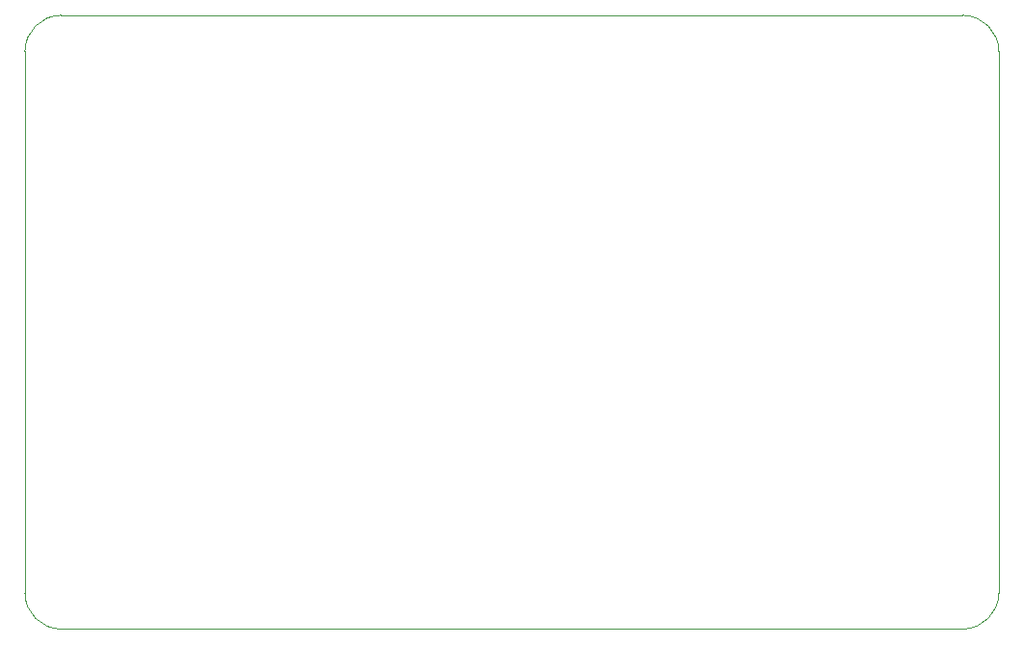
<source format=gbr>
%TF.GenerationSoftware,KiCad,Pcbnew,8.0.4*%
%TF.CreationDate,2024-12-07T18:54:13+01:00*%
%TF.ProjectId,usb_c_cable_tester,7573625f-635f-4636-9162-6c655f746573,2.2*%
%TF.SameCoordinates,Original*%
%TF.FileFunction,Profile,NP*%
%FSLAX46Y46*%
G04 Gerber Fmt 4.6, Leading zero omitted, Abs format (unit mm)*
G04 Created by KiCad (PCBNEW 8.0.4) date 2024-12-07 18:54:13*
%MOMM*%
%LPD*%
G01*
G04 APERTURE LIST*
%TA.AperFunction,Profile*%
%ADD10C,0.100000*%
%TD*%
G04 APERTURE END LIST*
D10*
X57200000Y-123810000D02*
X57200000Y-76190000D01*
X57200000Y-76190000D02*
G75*
G02*
X60380000Y-73010000I3180000J0D01*
G01*
X60380000Y-126990000D02*
G75*
G02*
X57200000Y-123810000I0J3180000D01*
G01*
X142800000Y-123810000D02*
G75*
G02*
X139620000Y-126990000I-3180000J0D01*
G01*
X139620000Y-126990000D02*
X60380000Y-126990000D01*
X139620000Y-73010000D02*
G75*
G02*
X142800000Y-76190000I0J-3180000D01*
G01*
X142800000Y-76190000D02*
X142800000Y-123810000D01*
X60380000Y-73010000D02*
X139620000Y-73010000D01*
M02*

</source>
